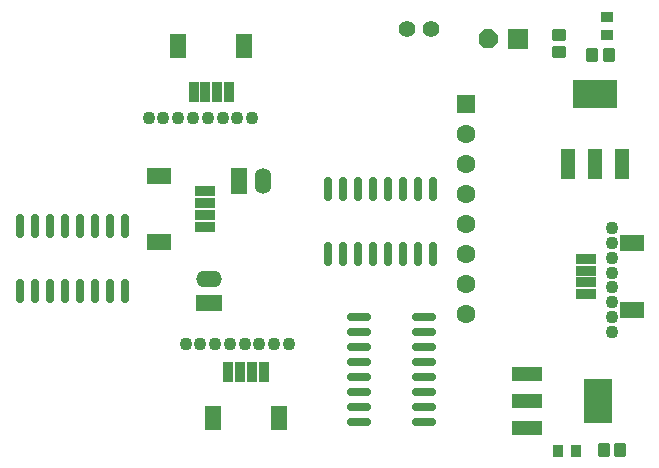
<source format=gbs>
G04 Layer: BottomSolderMaskLayer*
G04 EasyEDA v6.5.48, 2025-03-06 20:53:55*
G04 c2aac520c91a4c19a6c498b25d38bc05,84066bfdb5964fb78f634a0d0c1972bb,10*
G04 Gerber Generator version 0.2*
G04 Scale: 100 percent, Rotated: No, Reflected: No *
G04 Dimensions in millimeters *
G04 leading zeros omitted , absolute positions ,4 integer and 5 decimal *
%FSLAX45Y45*%
%MOMM*%

%AMMACRO1*4,1,8,-0.821,-0.8508,-0.8508,-0.821,-0.8508,0.821,-0.821,0.8508,0.821,0.8508,0.8508,0.821,0.8508,-0.821,0.821,-0.8508,-0.821,-0.8508,0*%
%AMMACRO2*4,1,8,-0.6421,-1.0016,-0.7016,-0.9421,-0.7016,0.9421,-0.6421,1.0016,0.6421,1.0016,0.7016,0.9421,0.7016,-0.9421,0.6421,-1.0016,-0.6421,-1.0016,0*%
%AMMACRO3*4,1,8,-0.3421,-0.8766,-0.4016,-0.8171,-0.4016,0.8171,-0.3421,0.8766,0.3421,0.8766,0.4016,0.8171,0.4016,-0.8171,0.3421,-0.8766,-0.3421,-0.8766,0*%
%AMMACRO4*4,1,8,-0.9421,-0.7016,-1.0016,-0.6421,-1.0016,0.6421,-0.9421,0.7016,0.9421,0.7016,1.0016,0.6421,1.0016,-0.6421,0.9421,-0.7016,-0.9421,-0.7016,0*%
%AMMACRO5*4,1,8,-0.8171,-0.4016,-0.8766,-0.3421,-0.8766,0.3421,-0.8171,0.4016,0.8171,0.4016,0.8766,0.3421,0.8766,-0.3421,0.8171,-0.4016,-0.8171,-0.4016,0*%
%AMMACRO6*4,1,8,-0.6421,-1.1016,-0.7016,-1.0421,-0.7016,1.0421,-0.6421,1.1016,0.6421,1.1016,0.7016,1.0421,0.7016,-1.0421,0.6421,-1.1016,-0.6421,-1.1016,0*%
%AMMACRO7*4,1,8,-1.0421,-0.7016,-1.1016,-0.6421,-1.1016,0.6421,-1.0421,0.7016,1.0421,0.7016,1.1016,0.6421,1.1016,-0.6421,1.0421,-0.7016,-1.0421,-0.7016,0*%
%AMMACRO8*4,1,8,-0.7711,-0.8008,-0.8008,-0.771,-0.8008,0.7711,-0.7711,0.8008,0.771,0.8008,0.8008,0.7711,0.8008,-0.771,0.771,-0.8008,-0.7711,-0.8008,0*%
%AMMACRO9*4,1,8,-0.4243,-0.4828,-0.454,-0.453,-0.454,0.4531,-0.4243,0.4828,0.4243,0.4828,0.454,0.4531,0.454,-0.453,0.4243,-0.4828,-0.4243,-0.4828,0*%
%AMMACRO10*4,1,8,-0.4421,-0.5516,-0.5016,-0.4921,-0.5016,0.4921,-0.4421,0.5516,0.4421,0.5516,0.5016,0.4921,0.5016,-0.4921,0.4421,-0.5516,-0.4421,-0.5516,0*%
%AMMACRO11*4,1,8,-0.4531,-0.454,-0.4828,-0.4243,-0.4828,0.4243,-0.4531,0.454,0.453,0.454,0.4828,0.4243,0.4828,-0.4243,0.453,-0.454,-0.4531,-0.454,0*%
%AMMACRO12*4,1,8,-1.2711,-0.6008,-1.3008,-0.571,-1.3008,0.5711,-1.2711,0.6008,1.271,0.6008,1.3008,0.5711,1.3008,-0.571,1.271,-0.6008,-1.2711,-0.6008,0*%
%AMMACRO13*4,1,8,-1.1911,-1.8508,-1.2208,-1.821,-1.2208,1.8211,-1.1911,1.8508,1.191,1.8508,1.2208,1.8211,1.2208,-1.821,1.191,-1.8508,-1.1911,-1.8508,0*%
%AMMACRO14*4,1,8,-0.5711,-1.3008,-0.6008,-1.271,-0.6008,1.2711,-0.5711,1.3008,0.571,1.3008,0.6008,1.2711,0.6008,-1.271,0.571,-1.3008,-0.5711,-1.3008,0*%
%AMMACRO15*4,1,8,-1.8211,-1.2208,-1.8508,-1.191,-1.8508,1.1911,-1.8211,1.2208,1.821,1.2208,1.8508,1.1911,1.8508,-1.191,1.821,-1.2208,-1.8211,-1.2208,0*%
%AMMACRO16*4,1,8,-0.4921,-0.5016,-0.5516,-0.4421,-0.5516,0.4421,-0.4921,0.5016,0.4921,0.5016,0.5516,0.4421,0.5516,-0.4421,0.4921,-0.5016,-0.4921,-0.5016,0*%
%ADD10C,1.4016*%
%ADD11MACRO1*%
%ADD12MACRO2*%
%ADD13MACRO3*%
%ADD14MACRO4*%
%ADD15MACRO5*%
%ADD16C,1.1016*%
%ADD17MACRO6*%
%ADD18O,1.4031976X2.2031959999999997*%
%ADD19MACRO7*%
%ADD20O,2.2031959999999997X1.4031976*%
%ADD21MACRO8*%
%ADD22C,1.6016*%
%ADD23MACRO9*%
%ADD24MACRO10*%
%ADD25MACRO11*%
%ADD26O,0.7036053999999999X2.0725892000000004*%
%ADD27O,2.0725892000000004X0.7036053999999999*%
%ADD28MACRO12*%
%ADD29MACRO13*%
%ADD30MACRO14*%
%ADD31MACRO15*%
%ADD32MACRO16*%

%LPD*%
D10*
G01*
X4002481Y3799992D03*
G01*
X3802481Y3799992D03*
D11*
G01*
X4742482Y3717493D03*
G36*
X4461863Y3638499D02*
G01*
X4461294Y3638532D01*
X4460732Y3638626D01*
X4460184Y3638783D01*
X4459658Y3639002D01*
X4459160Y3639278D01*
X4458695Y3639609D01*
X4458268Y3639987D01*
X4414987Y3683294D01*
X4414608Y3683718D01*
X4414278Y3684183D01*
X4414004Y3684684D01*
X4413785Y3685209D01*
X4413628Y3685755D01*
X4413534Y3686317D01*
X4413501Y3686886D01*
X4413501Y3748100D01*
X4413534Y3748669D01*
X4413628Y3749230D01*
X4413785Y3749776D01*
X4414004Y3750302D01*
X4414278Y3750802D01*
X4414608Y3751267D01*
X4414987Y3751691D01*
X4458268Y3794996D01*
X4458695Y3795374D01*
X4459160Y3795704D01*
X4459658Y3795981D01*
X4460184Y3796200D01*
X4460732Y3796357D01*
X4461294Y3796451D01*
X4461863Y3796484D01*
X4523102Y3796484D01*
X4523671Y3796451D01*
X4524232Y3796357D01*
X4524781Y3796200D01*
X4525307Y3795981D01*
X4525805Y3795704D01*
X4526269Y3795377D01*
X4526694Y3794996D01*
X4570001Y3751691D01*
X4570382Y3751267D01*
X4570709Y3750802D01*
X4570986Y3750304D01*
X4571204Y3749779D01*
X4571362Y3749230D01*
X4571456Y3748669D01*
X4571489Y3748100D01*
X4571489Y3686886D01*
X4571456Y3686317D01*
X4571362Y3685755D01*
X4571204Y3685207D01*
X4570986Y3684681D01*
X4570709Y3684183D01*
X4570382Y3683718D01*
X4570001Y3683294D01*
X4526694Y3639987D01*
X4526269Y3639606D01*
X4525805Y3639278D01*
X4525307Y3639002D01*
X4524781Y3638783D01*
X4524232Y3638626D01*
X4523671Y3638532D01*
X4523102Y3638499D01*
G37*
D12*
G01*
X2425890Y3654767D03*
G01*
X1865884Y3654719D03*
D13*
G01*
X2195923Y3267215D03*
G01*
X2295921Y3267217D03*
G01*
X1995906Y3267168D03*
G01*
X2095906Y3267168D03*
D12*
G01*
X2159005Y504294D03*
G01*
X2719011Y504342D03*
D13*
G01*
X2388971Y891846D03*
G01*
X2288974Y891844D03*
G01*
X2588988Y891893D03*
G01*
X2488989Y891893D03*
D14*
G01*
X5705086Y1423118D03*
G01*
X5705038Y1983125D03*
D15*
G01*
X5317534Y1653085D03*
G01*
X5317535Y1553088D03*
G01*
X5317487Y1853102D03*
G01*
X5317487Y1753102D03*
D16*
G01*
X2491130Y3048762D03*
G01*
X2366111Y3048762D03*
G01*
X2241143Y3048762D03*
G01*
X2116200Y3048762D03*
G01*
X1991233Y3048762D03*
G01*
X1866290Y3048762D03*
G01*
X1741068Y3048762D03*
G01*
X1616100Y3048762D03*
G01*
X5541645Y1235075D03*
G01*
X5541645Y1360043D03*
G01*
X5541645Y1485011D03*
G01*
X5541645Y1609979D03*
G01*
X5541645Y1734946D03*
G01*
X5541645Y1859914D03*
G01*
X5541645Y1985137D03*
G01*
X5541645Y2110104D03*
G01*
X1928215Y1131646D03*
G01*
X2053158Y1131646D03*
G01*
X2178100Y1131646D03*
G01*
X2303068Y1131646D03*
G01*
X2428087Y1131646D03*
G01*
X2553055Y1131646D03*
G01*
X2678252Y1131646D03*
G01*
X2803220Y1131646D03*
D14*
G01*
X1706199Y2552501D03*
G01*
X1706247Y1992495D03*
D15*
G01*
X2093751Y2322535D03*
G01*
X2093749Y2422532D03*
G01*
X2093798Y2122517D03*
G01*
X2093798Y2222517D03*
D17*
G01*
X2382494Y2509994D03*
D18*
G01*
X2582290Y2509850D03*
D19*
G01*
X2124997Y1482496D03*
D20*
G01*
X2125141Y1682292D03*
D21*
G01*
X4303179Y3163672D03*
D22*
G01*
X4303166Y2909646D03*
G01*
X4303166Y2655646D03*
G01*
X4303166Y2401646D03*
G01*
X4303166Y2147646D03*
G01*
X4303166Y1893646D03*
G01*
X4303166Y1639646D03*
G01*
X4303166Y1385646D03*
D23*
G01*
X5232563Y224111D03*
G01*
X5081913Y224111D03*
D24*
G01*
X5469369Y235767D03*
G01*
X5609369Y235767D03*
D25*
G01*
X5499572Y3751477D03*
G01*
X5499572Y3902127D03*
D24*
G01*
X5509470Y3578702D03*
G01*
X5369471Y3578702D03*
D26*
G01*
X4021302Y1892706D03*
G01*
X3894302Y1892706D03*
G01*
X3767302Y1892706D03*
G01*
X3640302Y1892706D03*
G01*
X3513302Y1892706D03*
G01*
X3386302Y1892706D03*
G01*
X3259302Y1892706D03*
G01*
X3132302Y1892706D03*
G01*
X4021302Y2439822D03*
G01*
X3894302Y2439822D03*
G01*
X3767302Y2439822D03*
G01*
X3640302Y2439822D03*
G01*
X3513302Y2439822D03*
G01*
X3386302Y2439822D03*
G01*
X3259302Y2439822D03*
G01*
X3132302Y2439822D03*
G01*
X1414424Y1582115D03*
G01*
X1287424Y1582115D03*
G01*
X1160424Y1582115D03*
G01*
X1033424Y1582115D03*
G01*
X906424Y1582115D03*
G01*
X779424Y1582115D03*
G01*
X652424Y1582115D03*
G01*
X525424Y1582115D03*
G01*
X1414424Y2129231D03*
G01*
X1287424Y2129231D03*
G01*
X1160424Y2129231D03*
G01*
X1033424Y2129231D03*
G01*
X906424Y2129231D03*
G01*
X779424Y2129231D03*
G01*
X652424Y2129231D03*
G01*
X525424Y2129231D03*
D27*
G01*
X3399459Y473659D03*
G01*
X3399459Y600659D03*
G01*
X3399459Y727659D03*
G01*
X3399459Y854659D03*
G01*
X3399459Y981659D03*
G01*
X3399459Y1108659D03*
G01*
X3399459Y1235659D03*
G01*
X3399459Y1362659D03*
G01*
X3946575Y473659D03*
G01*
X3946575Y600659D03*
G01*
X3946575Y727659D03*
G01*
X3946575Y854659D03*
G01*
X3946575Y981659D03*
G01*
X3946575Y1108659D03*
G01*
X3946575Y1235659D03*
G01*
X3946575Y1362659D03*
D28*
G01*
X4823245Y420141D03*
G01*
X4823245Y650138D03*
G01*
X4823245Y880135D03*
D29*
G01*
X5417240Y650138D03*
D30*
G01*
X5627273Y2655078D03*
G01*
X5397276Y2655078D03*
G01*
X5167279Y2655078D03*
D31*
G01*
X5397276Y3249074D03*
D32*
G01*
X5093373Y3745103D03*
G01*
X5093373Y3605103D03*
M02*

</source>
